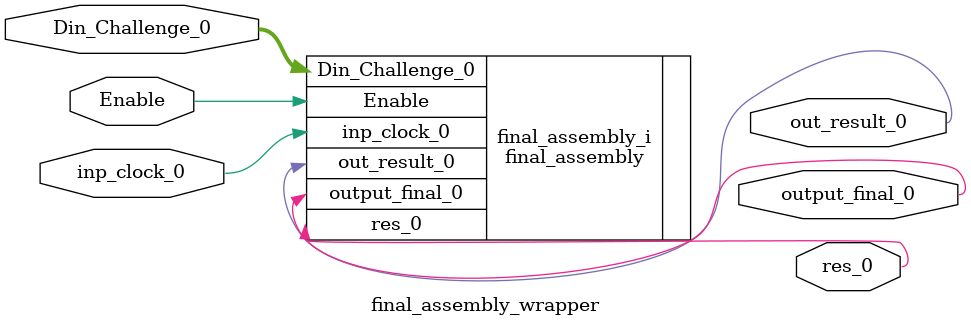
<source format=v>
`timescale 1 ps / 1 ps

module final_assembly_wrapper
   (Din_Challenge_0,
    Enable,
    inp_clock_0,
    out_result_0,
    output_final_0,
    res_0);
  input [7:0]Din_Challenge_0;
  input [0:0]Enable;
  input inp_clock_0;
  output out_result_0;
  output output_final_0;
  output res_0;

  wire [7:0]Din_Challenge_0;
  wire [0:0]Enable;
  wire inp_clock_0;
  wire out_result_0;
  wire output_final_0;
  wire res_0;

  final_assembly final_assembly_i
       (.Din_Challenge_0(Din_Challenge_0),
        .Enable(Enable),
        .inp_clock_0(inp_clock_0),
        .out_result_0(out_result_0),
        .output_final_0(output_final_0),
        .res_0(res_0));
endmodule

</source>
